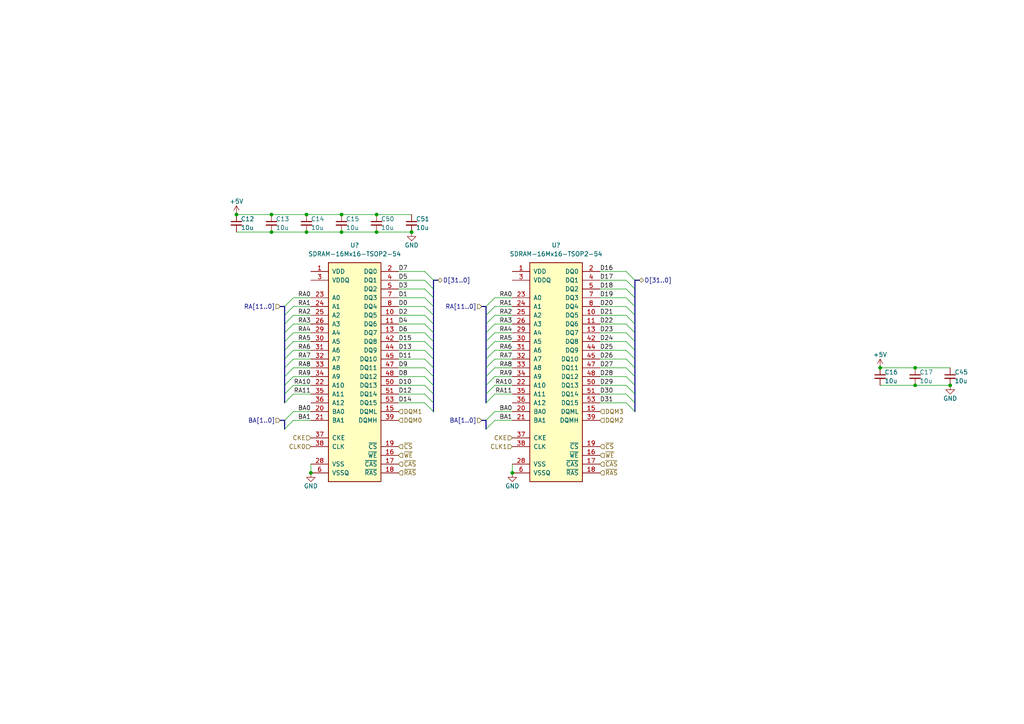
<source format=kicad_sch>
(kicad_sch (version 20211123) (generator eeschema)
  (paper "A4")
  (lib_symbols
    (symbol "Device:C_Small" (pin_numbers hide) (pin_names (offset 0.254) hide)
      (property "Reference" "C" (at 0.254 1.778 0))
      (property "Value" "C_Small" (at 0.254 -2.032 0))
      (symbol "C_Small_0_1"
        (polyline (pts (xy -1.524 -0.508) (xy 1.524 -0.508)) (stroke (width 0.3302)))
        (polyline (pts (xy -1.524 0.508) (xy 1.524 0.508)) (stroke (width 0.3048)))
      )
      (symbol "C_Small_1_1"
        (pin passive line (at 0 2.54 270) (length 2.032) (name "~") (number "1"))
        (pin passive line (at 0 -2.54 90) (length 2.032) (name "~") (number "2"))
      )
    )
    (symbol "GW_RAM:SDRAM-16Mx16-TSOP2-54" (pin_names (offset 1.016))
      (property "Reference" "U" (at 0 29.21 0))
      (property "Value" "SDRAM-16Mx16-TSOP2-54" (at 0 0 90))
      (symbol "SDRAM-16Mx16-TSOP2-54_0_1"
        (rectangle (start -7.62 27.94) (end 7.62 -35.56) (stroke (width 0.254)) (fill (type background)))
      )
      (symbol "SDRAM-16Mx16-TSOP2-54_1_1"
        (pin power_in line (at -12.7 25.4 0) (length 5.08) (name "VDD") (number "1"))
        (pin bidirectional line (at 12.7 12.7 180) (length 5.08) (name "DQ5") (number "10"))
        (pin bidirectional line (at 12.7 10.16 180) (length 5.08) (name "DQ6") (number "11"))
        (pin power_in line (at -12.7 -33.02 0) (length 5.08) hide (name "VSSQ") (number "12"))
        (pin bidirectional line (at 12.7 7.62 180) (length 5.08) (name "DQ7") (number "13"))
        (pin power_in line (at -12.7 25.4 0) (length 5.08) hide (name "VDD") (number "14"))
        (pin input line (at 12.7 -15.24 180) (length 5.08) (name "DQML") (number "15"))
        (pin input line (at 12.7 -27.94 180) (length 5.08) (name "~{WE}") (number "16"))
        (pin input line (at 12.7 -30.48 180) (length 5.08) (name "~{CAS}") (number "17"))
        (pin input line (at 12.7 -33.02 180) (length 5.08) (name "~{RAS}") (number "18"))
        (pin input line (at 12.7 -25.4 180) (length 5.08) (name "~{CS}") (number "19"))
        (pin bidirectional line (at 12.7 25.4 180) (length 5.08) (name "DQ0") (number "2"))
        (pin input line (at -12.7 -15.24 0) (length 5.08) (name "BA0") (number "20"))
        (pin input line (at -12.7 -17.78 0) (length 5.08) (name "BA1") (number "21"))
        (pin input line (at -12.7 -7.62 0) (length 5.08) (name "A10") (number "22"))
        (pin input line (at -12.7 17.78 0) (length 5.08) (name "A0") (number "23"))
        (pin input line (at -12.7 15.24 0) (length 5.08) (name "A1") (number "24"))
        (pin input line (at -12.7 12.7 0) (length 5.08) (name "A2") (number "25"))
        (pin input line (at -12.7 10.16 0) (length 5.08) (name "A3") (number "26"))
        (pin power_in line (at -12.7 25.4 0) (length 5.08) hide (name "VDD") (number "27"))
        (pin power_in line (at -12.7 -30.48 0) (length 5.08) (name "VSS") (number "28"))
        (pin input line (at -12.7 7.62 0) (length 5.08) (name "A4") (number "29"))
        (pin power_in line (at -12.7 22.86 0) (length 5.08) (name "VDDQ") (number "3"))
        (pin input line (at -12.7 5.08 0) (length 5.08) (name "A5") (number "30"))
        (pin input line (at -12.7 2.54 0) (length 5.08) (name "A6") (number "31"))
        (pin input line (at -12.7 0 0) (length 5.08) (name "A7") (number "32"))
        (pin input line (at -12.7 -2.54 0) (length 5.08) (name "A8") (number "33"))
        (pin input line (at -12.7 -5.08 0) (length 5.08) (name "A9") (number "34"))
        (pin input line (at -12.7 -10.16 0) (length 5.08) (name "A11") (number "35"))
        (pin input line (at -12.7 -12.7 0) (length 5.08) (name "A12") (number "36"))
        (pin input line (at -12.7 -22.86 0) (length 5.08) (name "CKE") (number "37"))
        (pin input line (at -12.7 -25.4 0) (length 5.08) (name "CLK") (number "38"))
        (pin input line (at 12.7 -17.78 180) (length 5.08) (name "DQMH") (number "39"))
        (pin bidirectional line (at 12.7 22.86 180) (length 5.08) (name "DQ1") (number "4"))
        (pin power_in line (at -12.7 -30.48 0) (length 5.08) hide (name "VSS") (number "41"))
        (pin bidirectional line (at 12.7 5.08 180) (length 5.08) (name "DQ8") (number "42"))
        (pin power_in line (at -12.7 22.86 0) (length 5.08) hide (name "VDDQ") (number "43"))
        (pin bidirectional line (at 12.7 2.54 180) (length 5.08) (name "DQ9") (number "44"))
        (pin bidirectional line (at 12.7 0 180) (length 5.08) (name "DQ10") (number "45"))
        (pin power_in line (at -12.7 -33.02 0) (length 5.08) hide (name "VSSQ") (number "46"))
        (pin bidirectional line (at 12.7 -2.54 180) (length 5.08) (name "DQ11") (number "47"))
        (pin bidirectional line (at 12.7 -5.08 180) (length 5.08) (name "DQ12") (number "48"))
        (pin power_in line (at -12.7 22.86 0) (length 5.08) hide (name "VDDQ") (number "49"))
        (pin bidirectional line (at 12.7 20.32 180) (length 5.08) (name "DQ2") (number "5"))
        (pin bidirectional line (at 12.7 -7.62 180) (length 5.08) (name "DQ13") (number "50"))
        (pin bidirectional line (at 12.7 -10.16 180) (length 5.08) (name "DQ14") (number "51"))
        (pin power_in line (at -12.7 -33.02 0) (length 5.08) hide (name "VSSQ") (number "52"))
        (pin bidirectional line (at 12.7 -12.7 180) (length 5.08) (name "DQ15") (number "53"))
        (pin power_in line (at -12.7 -30.48 0) (length 5.08) hide (name "VSS") (number "54"))
        (pin power_in line (at -12.7 -33.02 0) (length 5.08) (name "VSSQ") (number "6"))
        (pin bidirectional line (at 12.7 17.78 180) (length 5.08) (name "DQ3") (number "7"))
        (pin bidirectional line (at 12.7 15.24 180) (length 5.08) (name "DQ4") (number "8"))
        (pin power_in line (at -12.7 22.86 0) (length 5.08) hide (name "VDDQ") (number "9"))
      )
    )
    (symbol "power:+5V" (power) (pin_names (offset 0))
      (property "Value" "+5V" (at 0 3.556 0))
      (symbol "+5V_0_1"
        (polyline (pts (xy -0.762 1.27) (xy 0 2.54)))
        (polyline (pts (xy 0 0) (xy 0 2.54)))
        (polyline (pts (xy 0 2.54) (xy 0.762 1.27)))
      )
      (symbol "+5V_1_1"
        (pin power_in line (at 0 0 90) (length 0) hide (name "+5V") (number "1"))
      )
    )
    (symbol "power:GND" (power) (pin_names (offset 0))
      (property "Value" "GND" (at 0 -3.81 0))
      (symbol "GND_0_1"
        (polyline (pts (xy 0 0) (xy 0 -1.27) (xy 1.27 -1.27) (xy 0 -2.54) (xy -1.27 -1.27) (xy 0 -1.27)))
      )
      (symbol "GND_1_1"
        (pin power_in line (at 0 0 270) (length 0) hide (name "GND") (number "1"))
      )
    )
  )
  (junction (at 148.59 137.16))
  (junction (at 109.22 62.23))
  (junction (at 265.43 111.76))
  (junction (at 119.38 67.31))
  (junction (at 90.17 137.16))
  (junction (at 265.43 106.68))
  (junction (at 68.58 62.23))
  (junction (at 99.06 67.31))
  (junction (at 255.27 106.68))
  (junction (at 78.74 62.23))
  (junction (at 109.22 67.31))
  (junction (at 88.9 67.31))
  (junction (at 99.06 62.23))
  (junction (at 275.59 111.76))
  (junction (at 78.74 67.31))
  (junction (at 88.9 62.23))
  (bus_entry (at 125.73 93.98) (size -2.54 -2.54))
  (bus_entry (at 184.15 119.38) (size -2.54 -2.54))
  (bus_entry (at 125.73 96.52) (size -2.54 -2.54))
  (bus_entry (at 140.97 111.76) (size 2.54 -2.54))
  (bus_entry (at 125.73 81.28) (size -2.54 -2.54))
  (bus_entry (at 184.15 101.6) (size -2.54 -2.54))
  (bus_entry (at 140.97 114.3) (size 2.54 -2.54))
  (bus_entry (at 184.15 114.3) (size -2.54 -2.54))
  (bus_entry (at 125.73 114.3) (size -2.54 -2.54))
  (bus_entry (at 184.15 81.28) (size -2.54 -2.54))
  (bus_entry (at 184.15 86.36) (size -2.54 -2.54))
  (bus_entry (at 82.55 99.06) (size 2.54 -2.54))
  (bus_entry (at 184.15 106.68) (size -2.54 -2.54))
  (bus_entry (at 82.55 96.52) (size 2.54 -2.54))
  (bus_entry (at 184.15 91.44) (size -2.54 -2.54))
  (bus_entry (at 125.73 83.82) (size -2.54 -2.54))
  (bus_entry (at 125.73 104.14) (size -2.54 -2.54))
  (bus_entry (at 184.15 111.76) (size -2.54 -2.54))
  (bus_entry (at 184.15 88.9) (size -2.54 -2.54))
  (bus_entry (at 184.15 109.22) (size -2.54 -2.54))
  (bus_entry (at 140.97 124.46) (size 2.54 -2.54))
  (bus_entry (at 140.97 96.52) (size 2.54 -2.54))
  (bus_entry (at 125.73 116.84) (size -2.54 -2.54))
  (bus_entry (at 82.55 116.84) (size 2.54 -2.54))
  (bus_entry (at 184.15 96.52) (size -2.54 -2.54))
  (bus_entry (at 125.73 119.38) (size -2.54 -2.54))
  (bus_entry (at 125.73 106.68) (size -2.54 -2.54))
  (bus_entry (at 125.73 111.76) (size -2.54 -2.54))
  (bus_entry (at 140.97 93.98) (size 2.54 -2.54))
  (bus_entry (at 125.73 99.06) (size -2.54 -2.54))
  (bus_entry (at 140.97 116.84) (size 2.54 -2.54))
  (bus_entry (at 140.97 101.6) (size 2.54 -2.54))
  (bus_entry (at 184.15 93.98) (size -2.54 -2.54))
  (bus_entry (at 125.73 109.22) (size -2.54 -2.54))
  (bus_entry (at 125.73 88.9) (size -2.54 -2.54))
  (bus_entry (at 140.97 104.14) (size 2.54 -2.54))
  (bus_entry (at 82.55 111.76) (size 2.54 -2.54))
  (bus_entry (at 82.55 93.98) (size 2.54 -2.54))
  (bus_entry (at 82.55 121.92) (size 2.54 -2.54))
  (bus_entry (at 82.55 104.14) (size 2.54 -2.54))
  (bus_entry (at 82.55 109.22) (size 2.54 -2.54))
  (bus_entry (at 82.55 106.68) (size 2.54 -2.54))
  (bus_entry (at 125.73 101.6) (size -2.54 -2.54))
  (bus_entry (at 82.55 88.9) (size 2.54 -2.54))
  (bus_entry (at 125.73 91.44) (size -2.54 -2.54))
  (bus_entry (at 184.15 104.14) (size -2.54 -2.54))
  (bus_entry (at 82.55 101.6) (size 2.54 -2.54))
  (bus_entry (at 82.55 124.46) (size 2.54 -2.54))
  (bus_entry (at 140.97 99.06) (size 2.54 -2.54))
  (bus_entry (at 125.73 86.36) (size -2.54 -2.54))
  (bus_entry (at 140.97 109.22) (size 2.54 -2.54))
  (bus_entry (at 140.97 121.92) (size 2.54 -2.54))
  (bus_entry (at 184.15 116.84) (size -2.54 -2.54))
  (bus_entry (at 140.97 88.9) (size 2.54 -2.54))
  (bus_entry (at 140.97 91.44) (size 2.54 -2.54))
  (bus_entry (at 184.15 83.82) (size -2.54 -2.54))
  (bus_entry (at 82.55 91.44) (size 2.54 -2.54))
  (bus_entry (at 82.55 114.3) (size 2.54 -2.54))
  (bus_entry (at 184.15 99.06) (size -2.54 -2.54))
  (bus_entry (at 140.97 106.68) (size 2.54 -2.54))
  (bus (pts (xy 82.55 88.9) (xy 82.55 91.44)))
  (bus (pts (xy 125.73 114.3) (xy 125.73 116.84)))
  (wire (pts (xy 90.17 101.6) (xy 85.09 101.6)))
  (bus (pts (xy 82.55 93.98) (xy 82.55 96.52)))
  (bus (pts (xy 140.97 88.9) (xy 139.7 88.9)))
  (wire (pts (xy 148.59 121.92) (xy 143.51 121.92)))
  (wire (pts (xy 90.17 104.14) (xy 85.09 104.14)))
  (bus (pts (xy 184.15 93.98) (xy 184.15 96.52)))
  (wire (pts (xy 148.59 119.38) (xy 143.51 119.38)))
  (wire (pts (xy 148.59 114.3) (xy 143.51 114.3)))
  (bus (pts (xy 140.97 121.92) (xy 140.97 124.46)))
  (bus (pts (xy 184.15 88.9) (xy 184.15 91.44)))
  (wire (pts (xy 68.58 67.31) (xy 78.74 67.31)))
  (bus (pts (xy 184.15 83.82) (xy 184.15 86.36)))
  (wire (pts (xy 181.61 78.74) (xy 173.99 78.74)))
  (bus (pts (xy 140.97 111.76) (xy 140.97 114.3)))
  (wire (pts (xy 78.74 62.23) (xy 88.9 62.23)))
  (wire (pts (xy 88.9 62.23) (xy 99.06 62.23)))
  (wire (pts (xy 265.43 106.68) (xy 275.59 106.68)))
  (bus (pts (xy 125.73 83.82) (xy 125.73 86.36)))
  (wire (pts (xy 90.17 111.76) (xy 85.09 111.76)))
  (bus (pts (xy 140.97 109.22) (xy 140.97 111.76)))
  (bus (pts (xy 140.97 121.92) (xy 139.7 121.92)))
  (wire (pts (xy 173.99 93.98) (xy 181.61 93.98)))
  (wire (pts (xy 148.59 93.98) (xy 143.51 93.98)))
  (wire (pts (xy 173.99 111.76) (xy 181.61 111.76)))
  (bus (pts (xy 82.55 121.92) (xy 82.55 124.46)))
  (bus (pts (xy 82.55 114.3) (xy 82.55 116.84)))
  (bus (pts (xy 82.55 121.92) (xy 81.28 121.92)))
  (wire (pts (xy 90.17 109.22) (xy 85.09 109.22)))
  (bus (pts (xy 184.15 116.84) (xy 184.15 119.38)))
  (wire (pts (xy 123.19 81.28) (xy 115.57 81.28)))
  (wire (pts (xy 68.58 62.23) (xy 78.74 62.23)))
  (bus (pts (xy 140.97 104.14) (xy 140.97 106.68)))
  (bus (pts (xy 125.73 111.76) (xy 125.73 114.3)))
  (wire (pts (xy 90.17 134.62) (xy 90.17 137.16)))
  (wire (pts (xy 148.59 99.06) (xy 143.51 99.06)))
  (wire (pts (xy 90.17 91.44) (xy 85.09 91.44)))
  (wire (pts (xy 173.99 109.22) (xy 181.61 109.22)))
  (bus (pts (xy 125.73 104.14) (xy 125.73 106.68)))
  (wire (pts (xy 123.19 101.6) (xy 115.57 101.6)))
  (bus (pts (xy 125.73 99.06) (xy 125.73 101.6)))
  (wire (pts (xy 90.17 86.36) (xy 85.09 86.36)))
  (bus (pts (xy 82.55 101.6) (xy 82.55 104.14)))
  (bus (pts (xy 125.73 93.98) (xy 125.73 96.52)))
  (wire (pts (xy 115.57 109.22) (xy 123.19 109.22)))
  (wire (pts (xy 148.59 134.62) (xy 148.59 137.16)))
  (bus (pts (xy 127 81.28) (xy 125.73 81.28)))
  (bus (pts (xy 82.55 111.76) (xy 82.55 114.3)))
  (bus (pts (xy 140.97 91.44) (xy 140.97 93.98)))
  (bus (pts (xy 184.15 114.3) (xy 184.15 116.84)))
  (wire (pts (xy 78.74 67.31) (xy 88.9 67.31)))
  (wire (pts (xy 173.99 88.9) (xy 181.61 88.9)))
  (bus (pts (xy 140.97 96.52) (xy 140.97 99.06)))
  (wire (pts (xy 99.06 67.31) (xy 109.22 67.31)))
  (bus (pts (xy 184.15 96.52) (xy 184.15 99.06)))
  (bus (pts (xy 140.97 106.68) (xy 140.97 109.22)))
  (bus (pts (xy 82.55 109.22) (xy 82.55 111.76)))
  (wire (pts (xy 99.06 62.23) (xy 109.22 62.23)))
  (wire (pts (xy 181.61 81.28) (xy 173.99 81.28)))
  (wire (pts (xy 148.59 101.6) (xy 143.51 101.6)))
  (bus (pts (xy 125.73 101.6) (xy 125.73 104.14)))
  (bus (pts (xy 184.15 104.14) (xy 184.15 106.68)))
  (wire (pts (xy 90.17 96.52) (xy 85.09 96.52)))
  (wire (pts (xy 90.17 121.92) (xy 85.09 121.92)))
  (bus (pts (xy 184.15 81.28) (xy 184.15 83.82)))
  (wire (pts (xy 115.57 93.98) (xy 123.19 93.98)))
  (bus (pts (xy 82.55 91.44) (xy 82.55 93.98)))
  (bus (pts (xy 140.97 114.3) (xy 140.97 116.84)))
  (wire (pts (xy 181.61 101.6) (xy 173.99 101.6)))
  (wire (pts (xy 90.17 106.68) (xy 85.09 106.68)))
  (wire (pts (xy 173.99 96.52) (xy 181.61 96.52)))
  (wire (pts (xy 123.19 78.74) (xy 115.57 78.74)))
  (bus (pts (xy 125.73 116.84) (xy 125.73 119.38)))
  (bus (pts (xy 140.97 101.6) (xy 140.97 104.14)))
  (wire (pts (xy 123.19 104.14) (xy 115.57 104.14)))
  (wire (pts (xy 265.43 111.76) (xy 275.59 111.76)))
  (bus (pts (xy 125.73 86.36) (xy 125.73 88.9)))
  (wire (pts (xy 148.59 91.44) (xy 143.51 91.44)))
  (bus (pts (xy 82.55 96.52) (xy 82.55 99.06)))
  (wire (pts (xy 148.59 106.68) (xy 143.51 106.68)))
  (wire (pts (xy 90.17 114.3) (xy 85.09 114.3)))
  (bus (pts (xy 184.15 111.76) (xy 184.15 114.3)))
  (wire (pts (xy 115.57 96.52) (xy 123.19 96.52)))
  (wire (pts (xy 181.61 83.82) (xy 173.99 83.82)))
  (wire (pts (xy 255.27 106.68) (xy 265.43 106.68)))
  (bus (pts (xy 140.97 88.9) (xy 140.97 91.44)))
  (wire (pts (xy 115.57 111.76) (xy 123.19 111.76)))
  (bus (pts (xy 82.55 106.68) (xy 82.55 109.22)))
  (wire (pts (xy 148.59 111.76) (xy 143.51 111.76)))
  (wire (pts (xy 109.22 62.23) (xy 119.38 62.23)))
  (bus (pts (xy 140.97 99.06) (xy 140.97 101.6)))
  (wire (pts (xy 90.17 93.98) (xy 85.09 93.98)))
  (wire (pts (xy 88.9 67.31) (xy 99.06 67.31)))
  (wire (pts (xy 173.99 99.06) (xy 181.61 99.06)))
  (wire (pts (xy 90.17 88.9) (xy 85.09 88.9)))
  (wire (pts (xy 115.57 114.3) (xy 123.19 114.3)))
  (wire (pts (xy 123.19 86.36) (xy 115.57 86.36)))
  (wire (pts (xy 173.99 91.44) (xy 181.61 91.44)))
  (wire (pts (xy 181.61 86.36) (xy 173.99 86.36)))
  (bus (pts (xy 125.73 106.68) (xy 125.73 109.22)))
  (bus (pts (xy 184.15 101.6) (xy 184.15 104.14)))
  (bus (pts (xy 184.15 99.06) (xy 184.15 101.6)))
  (wire (pts (xy 255.27 111.76) (xy 265.43 111.76)))
  (wire (pts (xy 115.57 88.9) (xy 123.19 88.9)))
  (wire (pts (xy 109.22 67.31) (xy 119.38 67.31)))
  (wire (pts (xy 148.59 88.9) (xy 143.51 88.9)))
  (bus (pts (xy 82.55 99.06) (xy 82.55 101.6)))
  (wire (pts (xy 115.57 91.44) (xy 123.19 91.44)))
  (wire (pts (xy 148.59 96.52) (xy 143.51 96.52)))
  (wire (pts (xy 115.57 99.06) (xy 123.19 99.06)))
  (bus (pts (xy 125.73 91.44) (xy 125.73 93.98)))
  (bus (pts (xy 185.42 81.28) (xy 184.15 81.28)))
  (bus (pts (xy 125.73 96.52) (xy 125.73 99.06)))
  (wire (pts (xy 123.19 106.68) (xy 115.57 106.68)))
  (bus (pts (xy 125.73 81.28) (xy 125.73 83.82)))
  (wire (pts (xy 148.59 104.14) (xy 143.51 104.14)))
  (wire (pts (xy 123.19 83.82) (xy 115.57 83.82)))
  (wire (pts (xy 181.61 106.68) (xy 173.99 106.68)))
  (bus (pts (xy 184.15 109.22) (xy 184.15 111.76)))
  (wire (pts (xy 173.99 114.3) (xy 181.61 114.3)))
  (bus (pts (xy 125.73 88.9) (xy 125.73 91.44)))
  (bus (pts (xy 82.55 104.14) (xy 82.55 106.68)))
  (wire (pts (xy 115.57 116.84) (xy 123.19 116.84)))
  (wire (pts (xy 148.59 109.22) (xy 143.51 109.22)))
  (bus (pts (xy 184.15 86.36) (xy 184.15 88.9)))
  (bus (pts (xy 82.55 88.9) (xy 81.28 88.9)))
  (wire (pts (xy 173.99 116.84) (xy 181.61 116.84)))
  (bus (pts (xy 184.15 91.44) (xy 184.15 93.98)))
  (bus (pts (xy 184.15 106.68) (xy 184.15 109.22)))
  (wire (pts (xy 90.17 99.06) (xy 85.09 99.06)))
  (bus (pts (xy 125.73 109.22) (xy 125.73 111.76)))
  (bus (pts (xy 140.97 93.98) (xy 140.97 96.52)))
  (wire (pts (xy 90.17 119.38) (xy 85.09 119.38)))
  (wire (pts (xy 181.61 104.14) (xy 173.99 104.14)))
  (wire (pts (xy 148.59 86.36) (xy 143.51 86.36)))
  (label "RA11" (at 90.17 114.3 180))
  (label "D25" (at 173.99 101.6 0))
  (label "RA2" (at 90.17 91.44 180))
  (label "D28" (at 173.99 109.22 0))
  (label "D19" (at 173.99 86.36 0))
  (label "RA8" (at 148.59 106.68 180))
  (label "RA6" (at 148.59 101.6 180))
  (label "D5" (at 115.57 81.28 0))
  (label "RA1" (at 148.59 88.9 180))
  (label "D26" (at 173.99 104.14 0))
  (label "D17" (at 173.99 81.28 0))
  (label "BA0" (at 148.59 119.38 180))
  (label "D12" (at 115.57 114.3 0))
  (label "RA9" (at 148.59 109.22 180))
  (label "RA8" (at 90.17 106.68 180))
  (label "D4" (at 115.57 93.98 0))
  (label "D6" (at 115.57 96.52 0))
  (label "RA3" (at 148.59 93.98 180))
  (label "D3" (at 115.57 83.82 0))
  (label "D2" (at 115.57 91.44 0))
  (label "D15" (at 115.57 99.06 0))
  (label "RA10" (at 148.59 111.76 180))
  (label "D22" (at 173.99 93.98 0))
  (label "RA11" (at 148.59 114.3 180))
  (label "RA5" (at 148.59 99.06 180))
  (label "RA10" (at 90.17 111.76 180))
  (label "D9" (at 115.57 106.68 0))
  (label "D7" (at 115.57 78.74 0))
  (label "RA6" (at 90.17 101.6 180))
  (label "D18" (at 173.99 83.82 0))
  (label "RA5" (at 90.17 99.06 180))
  (label "D14" (at 115.57 116.84 0))
  (label "RA0" (at 148.59 86.36 180))
  (label "D30" (at 173.99 114.3 0))
  (label "D20" (at 173.99 88.9 0))
  (label "D1" (at 115.57 86.36 0))
  (label "RA1" (at 90.17 88.9 180))
  (label "RA4" (at 148.59 96.52 180))
  (label "D27" (at 173.99 106.68 0))
  (label "RA9" (at 90.17 109.22 180))
  (label "D29" (at 173.99 111.76 0))
  (label "RA0" (at 90.17 86.36 180))
  (label "RA4" (at 90.17 96.52 180))
  (label "RA7" (at 148.59 104.14 180))
  (label "RA7" (at 90.17 104.14 180))
  (label "D11" (at 115.57 104.14 0))
  (label "BA1" (at 90.17 121.92 180))
  (label "D0" (at 115.57 88.9 0))
  (label "D31" (at 173.99 116.84 0))
  (label "D13" (at 115.57 101.6 0))
  (label "RA3" (at 90.17 93.98 180))
  (label "D24" (at 173.99 99.06 0))
  (label "D23" (at 173.99 96.52 0))
  (label "BA0" (at 90.17 119.38 180))
  (label "BA1" (at 148.59 121.92 180))
  (label "D8" (at 115.57 109.22 0))
  (label "D16" (at 173.99 78.74 0))
  (label "RA2" (at 148.59 91.44 180))
  (label "D10" (at 115.57 111.76 0))
  (label "D21" (at 173.99 91.44 0))
  (hierarchical_label "~{CS}" (shape input) (at 115.57 129.54 0))
  (hierarchical_label "DQM2" (shape input) (at 173.99 121.92 0))
  (hierarchical_label "~{CAS}" (shape input) (at 173.99 134.62 0))
  (hierarchical_label "~{WE}" (shape input) (at 173.99 132.08 0))
  (hierarchical_label "BA[1..0]" (shape input) (at 139.7 121.92 180))
  (hierarchical_label "D[31..0]" (shape bidirectional) (at 127 81.28 0))
  (hierarchical_label "~{RAS}" (shape input) (at 115.57 137.16 0))
  (hierarchical_label "CKE" (shape input) (at 148.59 127 180))
  (hierarchical_label "DQM3" (shape input) (at 173.99 119.38 0))
  (hierarchical_label "~{CS}" (shape input) (at 173.99 129.54 0))
  (hierarchical_label "CLK0" (shape input) (at 90.17 129.54 180))
  (hierarchical_label "~{RAS}" (shape input) (at 173.99 137.16 0))
  (hierarchical_label "D[31..0]" (shape bidirectional) (at 185.42 81.28 0))
  (hierarchical_label "RA[11..0]" (shape input) (at 139.7 88.9 180))
  (hierarchical_label "CLK1" (shape input) (at 148.59 129.54 180))
  (hierarchical_label "DQM0" (shape input) (at 115.57 121.92 0))
  (hierarchical_label "DQM1" (shape input) (at 115.57 119.38 0))
  (hierarchical_label "~{CAS}" (shape input) (at 115.57 134.62 0))
  (hierarchical_label "~{WE}" (shape input) (at 115.57 132.08 0))
  (hierarchical_label "CKE" (shape input) (at 90.17 127 180))
  (hierarchical_label "BA[1..0]" (shape input) (at 81.28 121.92 180))
  (hierarchical_label "RA[11..0]" (shape input) (at 81.28 88.9 180))
  (symbol (lib_id "power:+5V") (at 68.58 62.23 0) (unit 1)
    (property "Reference" "#PWR0138" (effects hide))
    (property "Value" "+5V" (at 68.58 58.42 0))
  )
  (symbol (lib_id "Device:C_Small") (at 78.74 64.77 0) (unit 1)
    (property "Reference" "C13" (at 80.01 63.5 0) (effects (justify left)))
    (property "Value" "10u" (at 80.01 66.04 0) (effects (justify left)))
    (property "Footprint" "stdpads:C_0805" (effects hide))
    (property "LCSC Part" "C15850" (effects hide))
  )
  (symbol (lib_id "Device:C_Small") (at 68.58 64.77 0) (unit 1)
    (property "Reference" "C12" (at 69.85 63.5 0) (effects (justify left)))
    (property "Value" "10u" (at 69.85 66.04 0) (effects (justify left)))
    (property "Footprint" "stdpads:C_0805" (effects hide))
    (property "LCSC Part" "C15850" (effects hide))
  )
  (symbol (lib_id "Device:C_Small") (at 88.9 64.77 0) (unit 1)
    (property "Reference" "C14" (at 90.17 63.5 0) (effects (justify left)))
    (property "Value" "10u" (at 90.17 66.04 0) (effects (justify left)))
    (property "Footprint" "stdpads:C_0805" (effects hide))
    (property "LCSC Part" "C15850" (effects hide))
  )
  (symbol (lib_id "Device:C_Small") (at 99.06 64.77 0) (unit 1)
    (property "Reference" "C15" (at 100.33 63.5 0) (effects (justify left)))
    (property "Value" "10u" (at 100.33 66.04 0) (effects (justify left)))
    (property "Footprint" "stdpads:C_0805" (effects hide))
    (property "LCSC Part" "C15850" (effects hide))
  )
  (symbol (lib_id "power:+5V") (at 255.27 106.68 0) (unit 1)
    (property "Reference" "#PWR0145" (effects hide))
    (property "Value" "+5V" (at 255.27 102.87 0))
  )
  (symbol (lib_id "Device:C_Small") (at 265.43 109.22 0) (unit 1)
    (property "Reference" "C17" (at 266.7 107.95 0) (effects (justify left)))
    (property "Value" "10u" (at 266.7 110.49 0) (effects (justify left)))
    (property "Footprint" "stdpads:C_0805" (effects hide))
    (property "LCSC Part" "C15850" (effects hide))
  )
  (symbol (lib_id "Device:C_Small") (at 255.27 109.22 0) (unit 1)
    (property "Reference" "C16" (at 256.54 107.95 0) (effects (justify left)))
    (property "Value" "10u" (at 256.54 110.49 0) (effects (justify left)))
    (property "Footprint" "stdpads:C_0805" (effects hide))
    (property "LCSC Part" "C15850" (effects hide))
  )
  (symbol (lib_id "Device:C_Small") (at 119.38 64.77 0) (unit 1)
    (property "Reference" "C51" (at 120.65 63.5 0) (effects (justify left)))
    (property "Value" "10u" (at 120.65 66.04 0) (effects (justify left)))
    (property "Footprint" "stdpads:C_0805" (effects hide))
    (property "LCSC Part" "C15850" (effects hide))
  )
  (symbol (lib_id "power:GND") (at 148.59 137.16 0) (unit 1)
    (property "Reference" "#PWR?" (effects hide))
    (property "Value" "GND" (at 148.59 140.97 0))
  )
  (symbol (lib_id "GW_RAM:SDRAM-16Mx16-TSOP2-54") (at 102.87 104.14 0) (unit 1)
    (property "Reference" "U?" (at 102.87 71.12 0))
    (property "Value" "SDRAM-16Mx16-TSOP2-54" (at 102.87 73.66 0))
    (property "Footprint" "stdpads:Winbond_TSOPII-54" (effects hide))
  )
  (symbol (lib_id "GW_RAM:SDRAM-16Mx16-TSOP2-54") (at 161.29 104.14 0) (unit 1)
    (property "Reference" "U?" (at 161.29 71.12 0))
    (property "Value" "SDRAM-16Mx16-TSOP2-54" (at 161.29 73.66 0))
    (property "Footprint" "stdpads:Winbond_TSOPII-54" (effects hide))
  )
  (symbol (lib_id "Device:C_Small") (at 109.22 64.77 0) (unit 1)
    (property "Reference" "C50" (at 110.49 63.5 0) (effects (justify left)))
    (property "Value" "10u" (at 110.49 66.04 0) (effects (justify left)))
    (property "Footprint" "stdpads:C_0805" (effects hide))
    (property "LCSC Part" "C15850" (effects hide))
  )
  (symbol (lib_id "power:GND") (at 275.59 111.76 0) (unit 1)
    (property "Reference" "#PWR0135" (effects hide))
    (property "Value" "GND" (at 275.59 115.57 0))
  )
  (symbol (lib_id "Device:C_Small") (at 275.59 109.22 0) (unit 1)
    (property "Reference" "C45" (at 276.86 107.95 0) (effects (justify left)))
    (property "Value" "10u" (at 276.86 110.49 0) (effects (justify left)))
    (property "Footprint" "stdpads:C_0805" (effects hide))
    (property "LCSC Part" "C15850" (effects hide))
  )
  (symbol (lib_id "power:GND") (at 90.17 137.16 0) (unit 1)
    (property "Reference" "#PWR?" (effects hide))
    (property "Value" "GND" (at 90.17 140.97 0))
  )
  (symbol (lib_id "power:GND") (at 119.38 67.31 0) (unit 1)
    (property "Reference" "#PWR0132" (effects hide))
    (property "Value" "GND" (at 119.38 71.12 0))
  )
)
</source>
